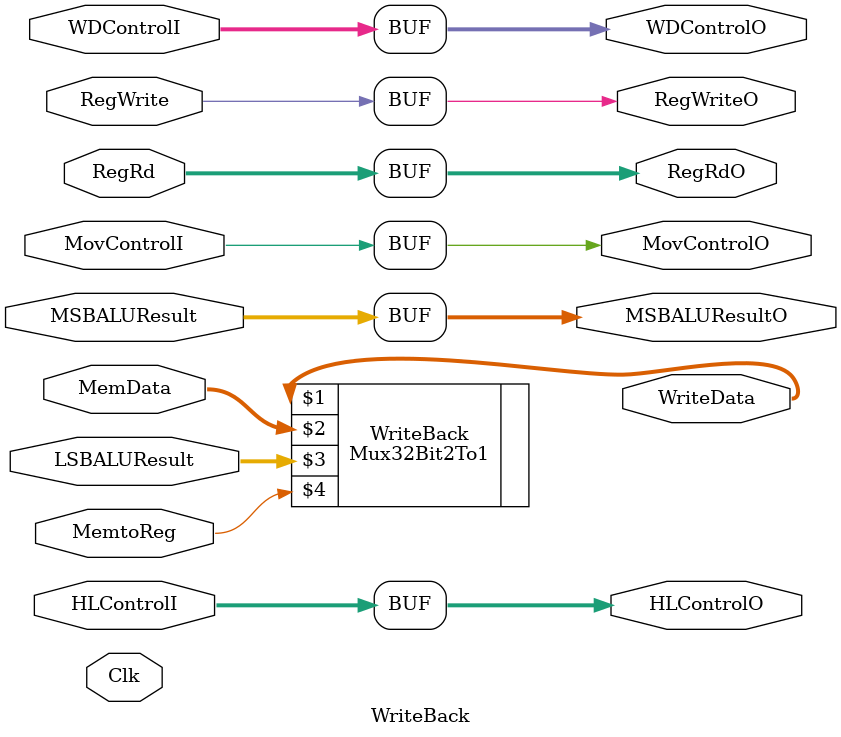
<source format=v>
`timescale 1ns / 1ps


module WriteBack(Clk, RegWrite, MemtoReg, RegRd, MSBALUResult, LSBALUResult, MemData, RegWriteO, RegRdO, MSBALUResultO, WriteData,
                        HLControlI, WDControlI, HLControlO, WDControlO, MovControlI, MovControlO);

    input Clk, RegWrite, MemtoReg, MovControlI;
    input [2:0] HLControlI;
    input [1:0] WDControlI;
    input [4:0] RegRd;
    input [31:0] MSBALUResult, LSBALUResult, MemData;
    
    output RegWriteO, MovControlO;
    output [2:0] HLControlO;
    output [1:0] WDControlO;
    output [4:0] RegRdO;
    output [31:0] MSBALUResultO;
    output [31:0] WriteData;
    
    assign MSBALUResultO = MSBALUResult;
    assign RegRdO = RegRd;
    assign RegWriteO = RegWrite;
    assign HLControlO = HLControlI;
    assign WDControlO = WDControlI;
    assign MovControlO = MovControlI;
    
    Mux32Bit2To1 WriteBack(WriteData, MemData, LSBALUResult, MemtoReg);

endmodule

</source>
